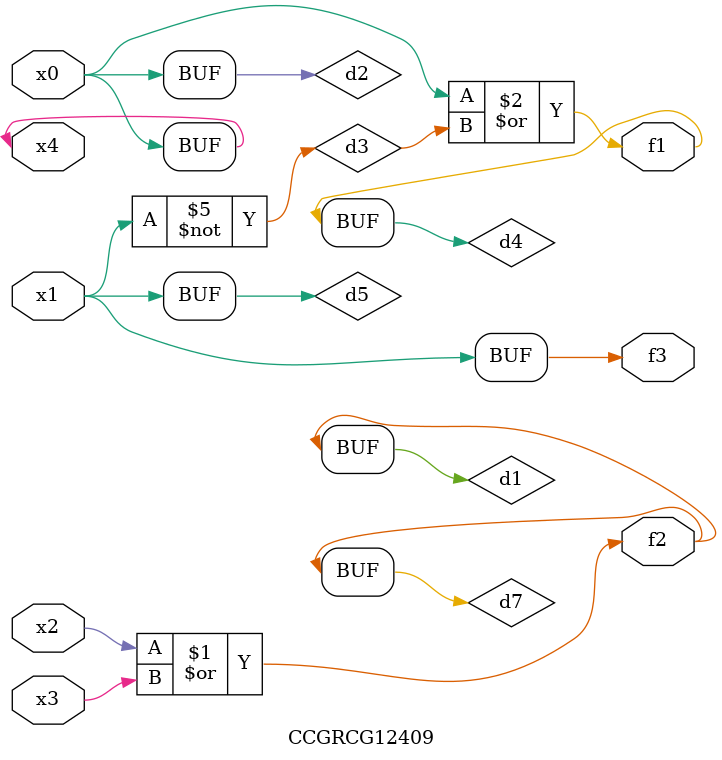
<source format=v>
module CCGRCG12409(
	input x0, x1, x2, x3, x4,
	output f1, f2, f3
);

	wire d1, d2, d3, d4, d5, d6, d7;

	or (d1, x2, x3);
	buf (d2, x0, x4);
	not (d3, x1);
	or (d4, d2, d3);
	not (d5, d3);
	nand (d6, d1, d3);
	or (d7, d1);
	assign f1 = d4;
	assign f2 = d7;
	assign f3 = d5;
endmodule

</source>
